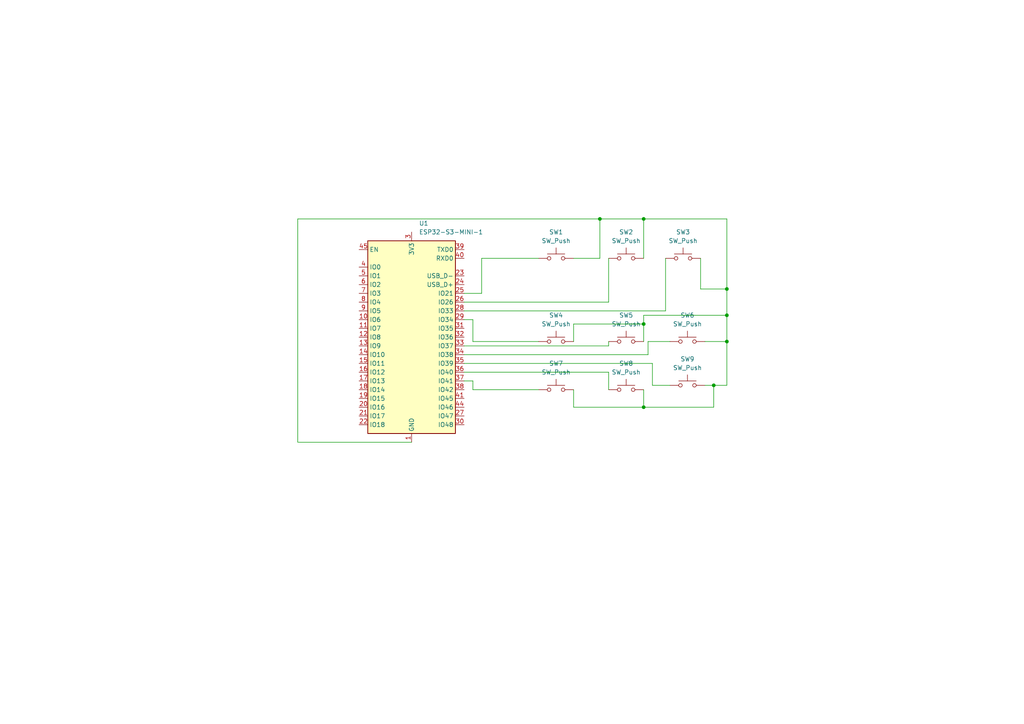
<source format=kicad_sch>
(kicad_sch
	(version 20250114)
	(generator "eeschema")
	(generator_version "9.0")
	(uuid "bd12b8e1-c391-4c31-a1c5-1497b9c8a0a6")
	(paper "A4")
	(lib_symbols
		(symbol "RF_Module:ESP32-S3-MINI-1"
			(exclude_from_sim no)
			(in_bom yes)
			(on_board yes)
			(property "Reference" "U"
				(at -11.43 29.21 0)
				(effects
					(font
						(size 1.27 1.27)
					)
				)
			)
			(property "Value" "ESP32-S3-MINI-1"
				(at 12.7 29.21 0)
				(effects
					(font
						(size 1.27 1.27)
					)
				)
			)
			(property "Footprint" "RF_Module:ESP32-S2-MINI-1"
				(at 15.24 -29.21 0)
				(effects
					(font
						(size 1.27 1.27)
					)
					(hide yes)
				)
			)
			(property "Datasheet" "https://www.espressif.com/sites/default/files/documentation/esp32-s3-mini-1_mini-1u_datasheet_en.pdf"
				(at 0 40.64 0)
				(effects
					(font
						(size 1.27 1.27)
					)
					(hide yes)
				)
			)
			(property "Description" "RF Module, ESP32-S3 SoC, Wi-Fi 802.11b/g/n, Bluetooth, BLE, 32-bit, 3.3V, SMD, onboard antenna"
				(at 0 43.18 0)
				(effects
					(font
						(size 1.27 1.27)
					)
					(hide yes)
				)
			)
			(property "ki_keywords" "RF Radio BT ESP ESP32-S3 Espressif"
				(at 0 0 0)
				(effects
					(font
						(size 1.27 1.27)
					)
					(hide yes)
				)
			)
			(property "ki_fp_filters" "ESP32?S*MINI?1"
				(at 0 0 0)
				(effects
					(font
						(size 1.27 1.27)
					)
					(hide yes)
				)
			)
			(symbol "ESP32-S3-MINI-1_0_1"
				(rectangle
					(start -12.7 27.94)
					(end 12.7 -27.94)
					(stroke
						(width 0.254)
						(type default)
					)
					(fill
						(type background)
					)
				)
			)
			(symbol "ESP32-S3-MINI-1_1_1"
				(pin input line
					(at -15.24 25.4 0)
					(length 2.54)
					(name "EN"
						(effects
							(font
								(size 1.27 1.27)
							)
						)
					)
					(number "45"
						(effects
							(font
								(size 1.27 1.27)
							)
						)
					)
				)
				(pin bidirectional line
					(at -15.24 20.32 0)
					(length 2.54)
					(name "IO0"
						(effects
							(font
								(size 1.27 1.27)
							)
						)
					)
					(number "4"
						(effects
							(font
								(size 1.27 1.27)
							)
						)
					)
				)
				(pin bidirectional line
					(at -15.24 17.78 0)
					(length 2.54)
					(name "IO1"
						(effects
							(font
								(size 1.27 1.27)
							)
						)
					)
					(number "5"
						(effects
							(font
								(size 1.27 1.27)
							)
						)
					)
				)
				(pin bidirectional line
					(at -15.24 15.24 0)
					(length 2.54)
					(name "IO2"
						(effects
							(font
								(size 1.27 1.27)
							)
						)
					)
					(number "6"
						(effects
							(font
								(size 1.27 1.27)
							)
						)
					)
				)
				(pin bidirectional line
					(at -15.24 12.7 0)
					(length 2.54)
					(name "IO3"
						(effects
							(font
								(size 1.27 1.27)
							)
						)
					)
					(number "7"
						(effects
							(font
								(size 1.27 1.27)
							)
						)
					)
				)
				(pin bidirectional line
					(at -15.24 10.16 0)
					(length 2.54)
					(name "IO4"
						(effects
							(font
								(size 1.27 1.27)
							)
						)
					)
					(number "8"
						(effects
							(font
								(size 1.27 1.27)
							)
						)
					)
				)
				(pin bidirectional line
					(at -15.24 7.62 0)
					(length 2.54)
					(name "IO5"
						(effects
							(font
								(size 1.27 1.27)
							)
						)
					)
					(number "9"
						(effects
							(font
								(size 1.27 1.27)
							)
						)
					)
				)
				(pin bidirectional line
					(at -15.24 5.08 0)
					(length 2.54)
					(name "IO6"
						(effects
							(font
								(size 1.27 1.27)
							)
						)
					)
					(number "10"
						(effects
							(font
								(size 1.27 1.27)
							)
						)
					)
				)
				(pin bidirectional line
					(at -15.24 2.54 0)
					(length 2.54)
					(name "IO7"
						(effects
							(font
								(size 1.27 1.27)
							)
						)
					)
					(number "11"
						(effects
							(font
								(size 1.27 1.27)
							)
						)
					)
				)
				(pin bidirectional line
					(at -15.24 0 0)
					(length 2.54)
					(name "IO8"
						(effects
							(font
								(size 1.27 1.27)
							)
						)
					)
					(number "12"
						(effects
							(font
								(size 1.27 1.27)
							)
						)
					)
				)
				(pin bidirectional line
					(at -15.24 -2.54 0)
					(length 2.54)
					(name "IO9"
						(effects
							(font
								(size 1.27 1.27)
							)
						)
					)
					(number "13"
						(effects
							(font
								(size 1.27 1.27)
							)
						)
					)
				)
				(pin bidirectional line
					(at -15.24 -5.08 0)
					(length 2.54)
					(name "IO10"
						(effects
							(font
								(size 1.27 1.27)
							)
						)
					)
					(number "14"
						(effects
							(font
								(size 1.27 1.27)
							)
						)
					)
				)
				(pin bidirectional line
					(at -15.24 -7.62 0)
					(length 2.54)
					(name "IO11"
						(effects
							(font
								(size 1.27 1.27)
							)
						)
					)
					(number "15"
						(effects
							(font
								(size 1.27 1.27)
							)
						)
					)
				)
				(pin bidirectional line
					(at -15.24 -10.16 0)
					(length 2.54)
					(name "IO12"
						(effects
							(font
								(size 1.27 1.27)
							)
						)
					)
					(number "16"
						(effects
							(font
								(size 1.27 1.27)
							)
						)
					)
				)
				(pin bidirectional line
					(at -15.24 -12.7 0)
					(length 2.54)
					(name "IO13"
						(effects
							(font
								(size 1.27 1.27)
							)
						)
					)
					(number "17"
						(effects
							(font
								(size 1.27 1.27)
							)
						)
					)
				)
				(pin bidirectional line
					(at -15.24 -15.24 0)
					(length 2.54)
					(name "IO14"
						(effects
							(font
								(size 1.27 1.27)
							)
						)
					)
					(number "18"
						(effects
							(font
								(size 1.27 1.27)
							)
						)
					)
				)
				(pin bidirectional line
					(at -15.24 -17.78 0)
					(length 2.54)
					(name "IO15"
						(effects
							(font
								(size 1.27 1.27)
							)
						)
					)
					(number "19"
						(effects
							(font
								(size 1.27 1.27)
							)
						)
					)
				)
				(pin bidirectional line
					(at -15.24 -20.32 0)
					(length 2.54)
					(name "IO16"
						(effects
							(font
								(size 1.27 1.27)
							)
						)
					)
					(number "20"
						(effects
							(font
								(size 1.27 1.27)
							)
						)
					)
				)
				(pin bidirectional line
					(at -15.24 -22.86 0)
					(length 2.54)
					(name "IO17"
						(effects
							(font
								(size 1.27 1.27)
							)
						)
					)
					(number "21"
						(effects
							(font
								(size 1.27 1.27)
							)
						)
					)
				)
				(pin bidirectional line
					(at -15.24 -25.4 0)
					(length 2.54)
					(name "IO18"
						(effects
							(font
								(size 1.27 1.27)
							)
						)
					)
					(number "22"
						(effects
							(font
								(size 1.27 1.27)
							)
						)
					)
				)
				(pin power_in line
					(at 0 30.48 270)
					(length 2.54)
					(name "3V3"
						(effects
							(font
								(size 1.27 1.27)
							)
						)
					)
					(number "3"
						(effects
							(font
								(size 1.27 1.27)
							)
						)
					)
				)
				(pin power_in line
					(at 0 -30.48 90)
					(length 2.54)
					(name "GND"
						(effects
							(font
								(size 1.27 1.27)
							)
						)
					)
					(number "1"
						(effects
							(font
								(size 1.27 1.27)
							)
						)
					)
				)
				(pin passive line
					(at 0 -30.48 90)
					(length 2.54)
					(hide yes)
					(name "GND"
						(effects
							(font
								(size 1.27 1.27)
							)
						)
					)
					(number "2"
						(effects
							(font
								(size 1.27 1.27)
							)
						)
					)
				)
				(pin passive line
					(at 0 -30.48 90)
					(length 2.54)
					(hide yes)
					(name "GND"
						(effects
							(font
								(size 1.27 1.27)
							)
						)
					)
					(number "42"
						(effects
							(font
								(size 1.27 1.27)
							)
						)
					)
				)
				(pin passive line
					(at 0 -30.48 90)
					(length 2.54)
					(hide yes)
					(name "GND"
						(effects
							(font
								(size 1.27 1.27)
							)
						)
					)
					(number "43"
						(effects
							(font
								(size 1.27 1.27)
							)
						)
					)
				)
				(pin passive line
					(at 0 -30.48 90)
					(length 2.54)
					(hide yes)
					(name "GND"
						(effects
							(font
								(size 1.27 1.27)
							)
						)
					)
					(number "46"
						(effects
							(font
								(size 1.27 1.27)
							)
						)
					)
				)
				(pin passive line
					(at 0 -30.48 90)
					(length 2.54)
					(hide yes)
					(name "GND"
						(effects
							(font
								(size 1.27 1.27)
							)
						)
					)
					(number "47"
						(effects
							(font
								(size 1.27 1.27)
							)
						)
					)
				)
				(pin passive line
					(at 0 -30.48 90)
					(length 2.54)
					(hide yes)
					(name "GND"
						(effects
							(font
								(size 1.27 1.27)
							)
						)
					)
					(number "48"
						(effects
							(font
								(size 1.27 1.27)
							)
						)
					)
				)
				(pin passive line
					(at 0 -30.48 90)
					(length 2.54)
					(hide yes)
					(name "GND"
						(effects
							(font
								(size 1.27 1.27)
							)
						)
					)
					(number "49"
						(effects
							(font
								(size 1.27 1.27)
							)
						)
					)
				)
				(pin passive line
					(at 0 -30.48 90)
					(length 2.54)
					(hide yes)
					(name "GND"
						(effects
							(font
								(size 1.27 1.27)
							)
						)
					)
					(number "50"
						(effects
							(font
								(size 1.27 1.27)
							)
						)
					)
				)
				(pin passive line
					(at 0 -30.48 90)
					(length 2.54)
					(hide yes)
					(name "GND"
						(effects
							(font
								(size 1.27 1.27)
							)
						)
					)
					(number "51"
						(effects
							(font
								(size 1.27 1.27)
							)
						)
					)
				)
				(pin passive line
					(at 0 -30.48 90)
					(length 2.54)
					(hide yes)
					(name "GND"
						(effects
							(font
								(size 1.27 1.27)
							)
						)
					)
					(number "52"
						(effects
							(font
								(size 1.27 1.27)
							)
						)
					)
				)
				(pin passive line
					(at 0 -30.48 90)
					(length 2.54)
					(hide yes)
					(name "GND"
						(effects
							(font
								(size 1.27 1.27)
							)
						)
					)
					(number "53"
						(effects
							(font
								(size 1.27 1.27)
							)
						)
					)
				)
				(pin passive line
					(at 0 -30.48 90)
					(length 2.54)
					(hide yes)
					(name "GND"
						(effects
							(font
								(size 1.27 1.27)
							)
						)
					)
					(number "54"
						(effects
							(font
								(size 1.27 1.27)
							)
						)
					)
				)
				(pin passive line
					(at 0 -30.48 90)
					(length 2.54)
					(hide yes)
					(name "GND"
						(effects
							(font
								(size 1.27 1.27)
							)
						)
					)
					(number "55"
						(effects
							(font
								(size 1.27 1.27)
							)
						)
					)
				)
				(pin passive line
					(at 0 -30.48 90)
					(length 2.54)
					(hide yes)
					(name "GND"
						(effects
							(font
								(size 1.27 1.27)
							)
						)
					)
					(number "56"
						(effects
							(font
								(size 1.27 1.27)
							)
						)
					)
				)
				(pin passive line
					(at 0 -30.48 90)
					(length 2.54)
					(hide yes)
					(name "GND"
						(effects
							(font
								(size 1.27 1.27)
							)
						)
					)
					(number "57"
						(effects
							(font
								(size 1.27 1.27)
							)
						)
					)
				)
				(pin passive line
					(at 0 -30.48 90)
					(length 2.54)
					(hide yes)
					(name "GND"
						(effects
							(font
								(size 1.27 1.27)
							)
						)
					)
					(number "58"
						(effects
							(font
								(size 1.27 1.27)
							)
						)
					)
				)
				(pin passive line
					(at 0 -30.48 90)
					(length 2.54)
					(hide yes)
					(name "GND"
						(effects
							(font
								(size 1.27 1.27)
							)
						)
					)
					(number "59"
						(effects
							(font
								(size 1.27 1.27)
							)
						)
					)
				)
				(pin passive line
					(at 0 -30.48 90)
					(length 2.54)
					(hide yes)
					(name "GND"
						(effects
							(font
								(size 1.27 1.27)
							)
						)
					)
					(number "60"
						(effects
							(font
								(size 1.27 1.27)
							)
						)
					)
				)
				(pin passive line
					(at 0 -30.48 90)
					(length 2.54)
					(hide yes)
					(name "GND"
						(effects
							(font
								(size 1.27 1.27)
							)
						)
					)
					(number "61"
						(effects
							(font
								(size 1.27 1.27)
							)
						)
					)
				)
				(pin passive line
					(at 0 -30.48 90)
					(length 2.54)
					(hide yes)
					(name "GND"
						(effects
							(font
								(size 1.27 1.27)
							)
						)
					)
					(number "62"
						(effects
							(font
								(size 1.27 1.27)
							)
						)
					)
				)
				(pin passive line
					(at 0 -30.48 90)
					(length 2.54)
					(hide yes)
					(name "GND"
						(effects
							(font
								(size 1.27 1.27)
							)
						)
					)
					(number "63"
						(effects
							(font
								(size 1.27 1.27)
							)
						)
					)
				)
				(pin passive line
					(at 0 -30.48 90)
					(length 2.54)
					(hide yes)
					(name "GND"
						(effects
							(font
								(size 1.27 1.27)
							)
						)
					)
					(number "64"
						(effects
							(font
								(size 1.27 1.27)
							)
						)
					)
				)
				(pin passive line
					(at 0 -30.48 90)
					(length 2.54)
					(hide yes)
					(name "GND"
						(effects
							(font
								(size 1.27 1.27)
							)
						)
					)
					(number "65"
						(effects
							(font
								(size 1.27 1.27)
							)
						)
					)
				)
				(pin bidirectional line
					(at 15.24 25.4 180)
					(length 2.54)
					(name "TXD0"
						(effects
							(font
								(size 1.27 1.27)
							)
						)
					)
					(number "39"
						(effects
							(font
								(size 1.27 1.27)
							)
						)
					)
				)
				(pin bidirectional line
					(at 15.24 22.86 180)
					(length 2.54)
					(name "RXD0"
						(effects
							(font
								(size 1.27 1.27)
							)
						)
					)
					(number "40"
						(effects
							(font
								(size 1.27 1.27)
							)
						)
					)
				)
				(pin bidirectional line
					(at 15.24 17.78 180)
					(length 2.54)
					(name "USB_D-"
						(effects
							(font
								(size 1.27 1.27)
							)
						)
					)
					(number "23"
						(effects
							(font
								(size 1.27 1.27)
							)
						)
					)
					(alternate "IO19" bidirectional line)
				)
				(pin bidirectional line
					(at 15.24 15.24 180)
					(length 2.54)
					(name "USB_D+"
						(effects
							(font
								(size 1.27 1.27)
							)
						)
					)
					(number "24"
						(effects
							(font
								(size 1.27 1.27)
							)
						)
					)
					(alternate "IO20" bidirectional line)
				)
				(pin bidirectional line
					(at 15.24 12.7 180)
					(length 2.54)
					(name "IO21"
						(effects
							(font
								(size 1.27 1.27)
							)
						)
					)
					(number "25"
						(effects
							(font
								(size 1.27 1.27)
							)
						)
					)
				)
				(pin bidirectional line
					(at 15.24 10.16 180)
					(length 2.54)
					(name "IO26"
						(effects
							(font
								(size 1.27 1.27)
							)
						)
					)
					(number "26"
						(effects
							(font
								(size 1.27 1.27)
							)
						)
					)
				)
				(pin bidirectional line
					(at 15.24 7.62 180)
					(length 2.54)
					(name "IO33"
						(effects
							(font
								(size 1.27 1.27)
							)
						)
					)
					(number "28"
						(effects
							(font
								(size 1.27 1.27)
							)
						)
					)
				)
				(pin bidirectional line
					(at 15.24 5.08 180)
					(length 2.54)
					(name "IO34"
						(effects
							(font
								(size 1.27 1.27)
							)
						)
					)
					(number "29"
						(effects
							(font
								(size 1.27 1.27)
							)
						)
					)
				)
				(pin bidirectional line
					(at 15.24 2.54 180)
					(length 2.54)
					(name "IO35"
						(effects
							(font
								(size 1.27 1.27)
							)
						)
					)
					(number "31"
						(effects
							(font
								(size 1.27 1.27)
							)
						)
					)
				)
				(pin bidirectional line
					(at 15.24 0 180)
					(length 2.54)
					(name "IO36"
						(effects
							(font
								(size 1.27 1.27)
							)
						)
					)
					(number "32"
						(effects
							(font
								(size 1.27 1.27)
							)
						)
					)
				)
				(pin bidirectional line
					(at 15.24 -2.54 180)
					(length 2.54)
					(name "IO37"
						(effects
							(font
								(size 1.27 1.27)
							)
						)
					)
					(number "33"
						(effects
							(font
								(size 1.27 1.27)
							)
						)
					)
				)
				(pin bidirectional line
					(at 15.24 -5.08 180)
					(length 2.54)
					(name "IO38"
						(effects
							(font
								(size 1.27 1.27)
							)
						)
					)
					(number "34"
						(effects
							(font
								(size 1.27 1.27)
							)
						)
					)
				)
				(pin bidirectional line
					(at 15.24 -7.62 180)
					(length 2.54)
					(name "IO39"
						(effects
							(font
								(size 1.27 1.27)
							)
						)
					)
					(number "35"
						(effects
							(font
								(size 1.27 1.27)
							)
						)
					)
				)
				(pin bidirectional line
					(at 15.24 -10.16 180)
					(length 2.54)
					(name "IO40"
						(effects
							(font
								(size 1.27 1.27)
							)
						)
					)
					(number "36"
						(effects
							(font
								(size 1.27 1.27)
							)
						)
					)
				)
				(pin bidirectional line
					(at 15.24 -12.7 180)
					(length 2.54)
					(name "IO41"
						(effects
							(font
								(size 1.27 1.27)
							)
						)
					)
					(number "37"
						(effects
							(font
								(size 1.27 1.27)
							)
						)
					)
				)
				(pin bidirectional line
					(at 15.24 -15.24 180)
					(length 2.54)
					(name "IO42"
						(effects
							(font
								(size 1.27 1.27)
							)
						)
					)
					(number "38"
						(effects
							(font
								(size 1.27 1.27)
							)
						)
					)
				)
				(pin bidirectional line
					(at 15.24 -17.78 180)
					(length 2.54)
					(name "IO45"
						(effects
							(font
								(size 1.27 1.27)
							)
						)
					)
					(number "41"
						(effects
							(font
								(size 1.27 1.27)
							)
						)
					)
				)
				(pin bidirectional line
					(at 15.24 -20.32 180)
					(length 2.54)
					(name "IO46"
						(effects
							(font
								(size 1.27 1.27)
							)
						)
					)
					(number "44"
						(effects
							(font
								(size 1.27 1.27)
							)
						)
					)
				)
				(pin bidirectional line
					(at 15.24 -22.86 180)
					(length 2.54)
					(name "IO47"
						(effects
							(font
								(size 1.27 1.27)
							)
						)
					)
					(number "27"
						(effects
							(font
								(size 1.27 1.27)
							)
						)
					)
				)
				(pin bidirectional line
					(at 15.24 -25.4 180)
					(length 2.54)
					(name "IO48"
						(effects
							(font
								(size 1.27 1.27)
							)
						)
					)
					(number "30"
						(effects
							(font
								(size 1.27 1.27)
							)
						)
					)
				)
			)
			(embedded_fonts no)
		)
		(symbol "Switch:SW_Push"
			(pin_numbers
				(hide yes)
			)
			(pin_names
				(offset 1.016)
				(hide yes)
			)
			(exclude_from_sim no)
			(in_bom yes)
			(on_board yes)
			(property "Reference" "SW"
				(at 1.27 2.54 0)
				(effects
					(font
						(size 1.27 1.27)
					)
					(justify left)
				)
			)
			(property "Value" "SW_Push"
				(at 0 -1.524 0)
				(effects
					(font
						(size 1.27 1.27)
					)
				)
			)
			(property "Footprint" ""
				(at 0 5.08 0)
				(effects
					(font
						(size 1.27 1.27)
					)
					(hide yes)
				)
			)
			(property "Datasheet" "~"
				(at 0 5.08 0)
				(effects
					(font
						(size 1.27 1.27)
					)
					(hide yes)
				)
			)
			(property "Description" "Push button switch, generic, two pins"
				(at 0 0 0)
				(effects
					(font
						(size 1.27 1.27)
					)
					(hide yes)
				)
			)
			(property "ki_keywords" "switch normally-open pushbutton push-button"
				(at 0 0 0)
				(effects
					(font
						(size 1.27 1.27)
					)
					(hide yes)
				)
			)
			(symbol "SW_Push_0_1"
				(circle
					(center -2.032 0)
					(radius 0.508)
					(stroke
						(width 0)
						(type default)
					)
					(fill
						(type none)
					)
				)
				(polyline
					(pts
						(xy 0 1.27) (xy 0 3.048)
					)
					(stroke
						(width 0)
						(type default)
					)
					(fill
						(type none)
					)
				)
				(circle
					(center 2.032 0)
					(radius 0.508)
					(stroke
						(width 0)
						(type default)
					)
					(fill
						(type none)
					)
				)
				(polyline
					(pts
						(xy 2.54 1.27) (xy -2.54 1.27)
					)
					(stroke
						(width 0)
						(type default)
					)
					(fill
						(type none)
					)
				)
				(pin passive line
					(at -5.08 0 0)
					(length 2.54)
					(name "1"
						(effects
							(font
								(size 1.27 1.27)
							)
						)
					)
					(number "1"
						(effects
							(font
								(size 1.27 1.27)
							)
						)
					)
				)
				(pin passive line
					(at 5.08 0 180)
					(length 2.54)
					(name "2"
						(effects
							(font
								(size 1.27 1.27)
							)
						)
					)
					(number "2"
						(effects
							(font
								(size 1.27 1.27)
							)
						)
					)
				)
			)
			(embedded_fonts no)
		)
	)
	(junction
		(at 210.82 83.82)
		(diameter 0)
		(color 0 0 0 0)
		(uuid "06b58be3-0b42-4dd0-b9c9-f80c660cc670")
	)
	(junction
		(at 210.82 99.06)
		(diameter 0)
		(color 0 0 0 0)
		(uuid "6cf0150c-0279-453e-90cd-9b3b6f810e76")
	)
	(junction
		(at 186.69 93.98)
		(diameter 0)
		(color 0 0 0 0)
		(uuid "7b1eba21-6067-4e9a-b796-b72de6248a13")
	)
	(junction
		(at 186.69 118.11)
		(diameter 0)
		(color 0 0 0 0)
		(uuid "80fc003b-4e68-4941-8779-ebc3a65241a3")
	)
	(junction
		(at 207.01 111.76)
		(diameter 0)
		(color 0 0 0 0)
		(uuid "94588549-4df2-493d-b518-e1d460809038")
	)
	(junction
		(at 210.82 91.44)
		(diameter 0)
		(color 0 0 0 0)
		(uuid "b3d8bfa6-8928-4447-ad62-0b8ff7c72041")
	)
	(junction
		(at 186.69 63.5)
		(diameter 0)
		(color 0 0 0 0)
		(uuid "d5b653cc-4b5f-47ca-9199-b0c47fc2d070")
	)
	(junction
		(at 173.99 63.5)
		(diameter 0)
		(color 0 0 0 0)
		(uuid "f9f986eb-ecb1-40d6-9a46-6c4f1a0f9460")
	)
	(wire
		(pts
			(xy 137.16 92.71) (xy 134.62 92.71)
		)
		(stroke
			(width 0)
			(type default)
		)
		(uuid "0345426c-e9b9-4970-8088-565aa8eaa342")
	)
	(wire
		(pts
			(xy 210.82 99.06) (xy 210.82 111.76)
		)
		(stroke
			(width 0)
			(type default)
		)
		(uuid "05e7d16b-6808-4bf2-8561-bffeb4b61c72")
	)
	(wire
		(pts
			(xy 193.04 90.17) (xy 134.62 90.17)
		)
		(stroke
			(width 0)
			(type default)
		)
		(uuid "07fc6638-8585-47e1-9b66-3b65986b63b9")
	)
	(wire
		(pts
			(xy 207.01 118.11) (xy 207.01 111.76)
		)
		(stroke
			(width 0)
			(type default)
		)
		(uuid "088599dd-6e22-4add-aaf7-fdd18b76e02f")
	)
	(wire
		(pts
			(xy 166.37 99.06) (xy 166.37 93.98)
		)
		(stroke
			(width 0)
			(type default)
		)
		(uuid "1170d2f6-fb8a-45f8-8e11-ccebe6fd25e6")
	)
	(wire
		(pts
			(xy 156.21 99.06) (xy 137.16 99.06)
		)
		(stroke
			(width 0)
			(type default)
		)
		(uuid "15db2479-a26e-487b-9e2b-f2dbba085212")
	)
	(wire
		(pts
			(xy 173.99 63.5) (xy 186.69 63.5)
		)
		(stroke
			(width 0)
			(type default)
		)
		(uuid "1fe01d24-11b2-40d6-9e47-c7548ab9ad67")
	)
	(wire
		(pts
			(xy 166.37 74.93) (xy 173.99 74.93)
		)
		(stroke
			(width 0)
			(type default)
		)
		(uuid "25b12c18-282d-4bf0-95d3-de204552e569")
	)
	(wire
		(pts
			(xy 156.21 113.03) (xy 137.16 113.03)
		)
		(stroke
			(width 0)
			(type default)
		)
		(uuid "28c71ded-a3c9-4e10-95da-57d6c0bea6c0")
	)
	(wire
		(pts
			(xy 166.37 118.11) (xy 186.69 118.11)
		)
		(stroke
			(width 0)
			(type default)
		)
		(uuid "2d2f6c5e-d33e-404c-8441-9666af6b5263")
	)
	(wire
		(pts
			(xy 186.69 93.98) (xy 186.69 91.44)
		)
		(stroke
			(width 0)
			(type default)
		)
		(uuid "362130cb-0eaf-44f9-8072-2a52e1397738")
	)
	(wire
		(pts
			(xy 210.82 63.5) (xy 210.82 83.82)
		)
		(stroke
			(width 0)
			(type default)
		)
		(uuid "3a04f77e-c058-452b-b469-a6c7fc8561a4")
	)
	(wire
		(pts
			(xy 210.82 83.82) (xy 210.82 91.44)
		)
		(stroke
			(width 0)
			(type default)
		)
		(uuid "428f127b-e8f2-49ea-a0bf-0c00c836a4b0")
	)
	(wire
		(pts
			(xy 173.99 74.93) (xy 173.99 63.5)
		)
		(stroke
			(width 0)
			(type default)
		)
		(uuid "4d8f72df-95e3-4c9d-a970-09aeefd91fcb")
	)
	(wire
		(pts
			(xy 189.23 111.76) (xy 189.23 105.41)
		)
		(stroke
			(width 0)
			(type default)
		)
		(uuid "504773a1-8eb3-4ac4-973f-d8ea2f671d89")
	)
	(wire
		(pts
			(xy 139.7 85.09) (xy 134.62 85.09)
		)
		(stroke
			(width 0)
			(type default)
		)
		(uuid "5406d11f-2e5c-40c3-87fe-19006a2fbd29")
	)
	(wire
		(pts
			(xy 186.69 91.44) (xy 210.82 91.44)
		)
		(stroke
			(width 0)
			(type default)
		)
		(uuid "58f31f8a-8343-444a-adff-1ec48250313d")
	)
	(wire
		(pts
			(xy 187.96 99.06) (xy 187.96 102.87)
		)
		(stroke
			(width 0)
			(type default)
		)
		(uuid "5ca33a6e-f316-4e80-b6e4-3ca0734f92c6")
	)
	(wire
		(pts
			(xy 204.47 99.06) (xy 210.82 99.06)
		)
		(stroke
			(width 0)
			(type default)
		)
		(uuid "5cdbde8f-eadc-487c-9552-f9731029f9d5")
	)
	(wire
		(pts
			(xy 186.69 118.11) (xy 207.01 118.11)
		)
		(stroke
			(width 0)
			(type default)
		)
		(uuid "5fa429db-7645-4b33-9c36-280adea96100")
	)
	(wire
		(pts
			(xy 186.69 99.06) (xy 186.69 93.98)
		)
		(stroke
			(width 0)
			(type default)
		)
		(uuid "6f7f8ce0-b3d9-44d4-989f-8c5af4c2fcb3")
	)
	(wire
		(pts
			(xy 189.23 105.41) (xy 134.62 105.41)
		)
		(stroke
			(width 0)
			(type default)
		)
		(uuid "70eaa833-efae-43f7-a95f-7e163106eb22")
	)
	(wire
		(pts
			(xy 186.69 113.03) (xy 186.69 118.11)
		)
		(stroke
			(width 0)
			(type default)
		)
		(uuid "7267b0f7-b305-4a72-b7c9-023b7c3ebed4")
	)
	(wire
		(pts
			(xy 186.69 74.93) (xy 186.69 63.5)
		)
		(stroke
			(width 0)
			(type default)
		)
		(uuid "7818968c-c053-41d9-a43e-6285e039d160")
	)
	(wire
		(pts
			(xy 139.7 74.93) (xy 139.7 85.09)
		)
		(stroke
			(width 0)
			(type default)
		)
		(uuid "80bc57d6-ef42-41d0-958f-20a976f3b8f2")
	)
	(wire
		(pts
			(xy 193.04 74.93) (xy 193.04 90.17)
		)
		(stroke
			(width 0)
			(type default)
		)
		(uuid "821cef30-ef29-4639-b53d-c49183de0948")
	)
	(wire
		(pts
			(xy 210.82 83.82) (xy 203.2 83.82)
		)
		(stroke
			(width 0)
			(type default)
		)
		(uuid "84aa0d7c-b840-40be-a5d6-604812b7b324")
	)
	(wire
		(pts
			(xy 176.53 107.95) (xy 176.53 113.03)
		)
		(stroke
			(width 0)
			(type default)
		)
		(uuid "86be5fdf-7d15-48a7-8bf2-01730f416834")
	)
	(wire
		(pts
			(xy 187.96 102.87) (xy 134.62 102.87)
		)
		(stroke
			(width 0)
			(type default)
		)
		(uuid "87f64af8-940f-4e7a-b715-b982e2b3c7fe")
	)
	(wire
		(pts
			(xy 139.7 74.93) (xy 156.21 74.93)
		)
		(stroke
			(width 0)
			(type default)
		)
		(uuid "8e151fa4-23e7-488a-ac87-53bd76ba5c7a")
	)
	(wire
		(pts
			(xy 119.38 128.27) (xy 86.36 128.27)
		)
		(stroke
			(width 0)
			(type default)
		)
		(uuid "94e94500-e7d1-493b-93ea-62201ecadf01")
	)
	(wire
		(pts
			(xy 207.01 111.76) (xy 210.82 111.76)
		)
		(stroke
			(width 0)
			(type default)
		)
		(uuid "95549b2f-edbb-4056-95c5-9144a2322e95")
	)
	(wire
		(pts
			(xy 204.47 111.76) (xy 207.01 111.76)
		)
		(stroke
			(width 0)
			(type default)
		)
		(uuid "95e6ec74-126c-435b-b2d0-9c43deb4bf45")
	)
	(wire
		(pts
			(xy 210.82 91.44) (xy 210.82 99.06)
		)
		(stroke
			(width 0)
			(type default)
		)
		(uuid "9a65fec1-d3d1-427a-9be9-c0d16ff17963")
	)
	(wire
		(pts
			(xy 176.53 87.63) (xy 134.62 87.63)
		)
		(stroke
			(width 0)
			(type default)
		)
		(uuid "9cdca38a-6a80-4b0e-b963-ded1539d97fc")
	)
	(wire
		(pts
			(xy 194.31 111.76) (xy 189.23 111.76)
		)
		(stroke
			(width 0)
			(type default)
		)
		(uuid "a532aa46-5221-4d0e-b3e6-973fa1e42401")
	)
	(wire
		(pts
			(xy 166.37 93.98) (xy 186.69 93.98)
		)
		(stroke
			(width 0)
			(type default)
		)
		(uuid "a9e787b7-bc5a-4289-8fe6-bcf394d3dd3c")
	)
	(wire
		(pts
			(xy 137.16 113.03) (xy 137.16 110.49)
		)
		(stroke
			(width 0)
			(type default)
		)
		(uuid "af49e217-feb6-4d48-ac28-f9521c506a9c")
	)
	(wire
		(pts
			(xy 203.2 83.82) (xy 203.2 74.93)
		)
		(stroke
			(width 0)
			(type default)
		)
		(uuid "b000bfdc-6fac-4608-b7dd-15a1dc39ed7d")
	)
	(wire
		(pts
			(xy 194.31 99.06) (xy 187.96 99.06)
		)
		(stroke
			(width 0)
			(type default)
		)
		(uuid "b2e789a8-61d7-4c91-b8be-6238e67a0fd7")
	)
	(wire
		(pts
			(xy 186.69 63.5) (xy 210.82 63.5)
		)
		(stroke
			(width 0)
			(type default)
		)
		(uuid "b2eb8684-b972-45e4-90e4-8df586ec39a6")
	)
	(wire
		(pts
			(xy 176.53 99.06) (xy 176.53 100.33)
		)
		(stroke
			(width 0)
			(type default)
		)
		(uuid "cbe86ace-b1de-4295-b74a-2ff84c2f0a17")
	)
	(wire
		(pts
			(xy 166.37 113.03) (xy 166.37 118.11)
		)
		(stroke
			(width 0)
			(type default)
		)
		(uuid "cbf4057f-e69a-4846-8956-fa93ddf22d84")
	)
	(wire
		(pts
			(xy 137.16 110.49) (xy 134.62 110.49)
		)
		(stroke
			(width 0)
			(type default)
		)
		(uuid "e69794f9-02d0-4e17-b7c2-5eac4dc0ff07")
	)
	(wire
		(pts
			(xy 176.53 74.93) (xy 176.53 87.63)
		)
		(stroke
			(width 0)
			(type default)
		)
		(uuid "eb006f3d-f147-4417-8423-17e4b08b2529")
	)
	(wire
		(pts
			(xy 134.62 107.95) (xy 176.53 107.95)
		)
		(stroke
			(width 0)
			(type default)
		)
		(uuid "edf4da57-37e8-4e19-88d6-66bb61bbe8b7")
	)
	(wire
		(pts
			(xy 137.16 99.06) (xy 137.16 92.71)
		)
		(stroke
			(width 0)
			(type default)
		)
		(uuid "ef59203e-44fd-49ad-80ae-c935cf29c85d")
	)
	(wire
		(pts
			(xy 176.53 100.33) (xy 134.62 100.33)
		)
		(stroke
			(width 0)
			(type default)
		)
		(uuid "effa1467-cecb-4370-8663-b47cca06d8cf")
	)
	(wire
		(pts
			(xy 86.36 63.5) (xy 173.99 63.5)
		)
		(stroke
			(width 0)
			(type default)
		)
		(uuid "f384eb2e-016e-4139-abf1-b8428fe0c02e")
	)
	(wire
		(pts
			(xy 86.36 128.27) (xy 86.36 63.5)
		)
		(stroke
			(width 0)
			(type default)
		)
		(uuid "f8b4cc2f-290d-45d6-9a1a-1b9b837900c6")
	)
	(symbol
		(lib_id "RF_Module:ESP32-S3-MINI-1")
		(at 119.38 97.79 0)
		(unit 1)
		(exclude_from_sim no)
		(in_bom yes)
		(on_board yes)
		(dnp no)
		(fields_autoplaced yes)
		(uuid "26a552ac-382f-49ad-ae7d-038d5c39dbae")
		(property "Reference" "U1"
			(at 121.5233 64.77 0)
			(effects
				(font
					(size 1.27 1.27)
				)
				(justify left)
			)
		)
		(property "Value" "ESP32-S3-MINI-1"
			(at 121.5233 67.31 0)
			(effects
				(font
					(size 1.27 1.27)
				)
				(justify left)
			)
		)
		(property "Footprint" "RF_Module:ESP32-S2-MINI-1"
			(at 134.62 127 0)
			(effects
				(font
					(size 1.27 1.27)
				)
				(hide yes)
			)
		)
		(property "Datasheet" "https://www.espressif.com/sites/default/files/documentation/esp32-s3-mini-1_mini-1u_datasheet_en.pdf"
			(at 119.38 57.15 0)
			(effects
				(font
					(size 1.27 1.27)
				)
				(hide yes)
			)
		)
		(property "Description" "RF Module, ESP32-S3 SoC, Wi-Fi 802.11b/g/n, Bluetooth, BLE, 32-bit, 3.3V, SMD, onboard antenna"
			(at 119.38 54.61 0)
			(effects
				(font
					(size 1.27 1.27)
				)
				(hide yes)
			)
		)
		(pin "43"
			(uuid "683d3869-e9fa-4dea-92a3-85cb33d8af0e")
		)
		(pin "47"
			(uuid "d3f7396d-cdfa-4bbd-85ba-9c1ba2d45eb0")
		)
		(pin "50"
			(uuid "65e4ce24-1e4e-4a42-8942-7e5815d0f049")
		)
		(pin "52"
			(uuid "ba3f41b0-6d2e-44c3-9e37-ac264333615c")
		)
		(pin "2"
			(uuid "57f87944-b7e6-42f4-b431-3f33f464e888")
		)
		(pin "1"
			(uuid "25eee9f7-f39b-4e57-9c26-a7e0ac9adf48")
		)
		(pin "42"
			(uuid "a618a9f9-841a-4cb0-a8d8-6e641a47067d")
		)
		(pin "46"
			(uuid "199bfc92-0514-4049-8ffa-2a59c8a320e2")
		)
		(pin "48"
			(uuid "62a2121c-92b9-4089-914f-117c0b95f89a")
		)
		(pin "49"
			(uuid "1c35cda6-35ec-4721-be4d-20abe88acaf3")
		)
		(pin "51"
			(uuid "30875247-3464-4a70-90cc-e1b2d4861449")
		)
		(pin "54"
			(uuid "13f14a70-cbc9-4dbf-9518-d189a8d34543")
		)
		(pin "53"
			(uuid "f18d51f9-8947-4fa8-b232-09bec0ad252f")
		)
		(pin "55"
			(uuid "9acfccd5-63ee-4fcf-ac48-e75f057407de")
		)
		(pin "56"
			(uuid "05cd54ee-d68e-42bd-a8ed-c3c4714e6355")
		)
		(pin "57"
			(uuid "b4c79871-663a-4dbd-a998-42886339c868")
		)
		(pin "26"
			(uuid "d77e9e3f-ef42-4190-b3b1-efb7e329bf7a")
		)
		(pin "40"
			(uuid "fcc6e022-5f86-4bfd-a794-66c002829c95")
		)
		(pin "24"
			(uuid "9b04dda9-5ae4-4995-a2ef-a58c40773780")
		)
		(pin "37"
			(uuid "a4cfc889-ae7c-4eca-a467-f15bfdb47871")
		)
		(pin "62"
			(uuid "a4a0be3a-e0dd-4a2a-b8cb-442b6bf6ebfb")
		)
		(pin "60"
			(uuid "6fbef48f-14e2-46b7-9dd4-976b7d4a655c")
		)
		(pin "64"
			(uuid "dc3d8bea-abc0-4437-b6ef-967d16c20460")
		)
		(pin "33"
			(uuid "8b795477-5f37-4416-8eff-655ba834e146")
		)
		(pin "65"
			(uuid "78229ff0-72d7-4119-a024-5ee34e2a70bd")
		)
		(pin "31"
			(uuid "a97e39fc-6661-42f3-82d3-362a0e8c0c60")
		)
		(pin "23"
			(uuid "e2cf5326-66c1-4752-8309-c6998be6c9a3")
		)
		(pin "38"
			(uuid "cf0944d2-14ac-4ec0-b15b-2f6d562d485d")
		)
		(pin "63"
			(uuid "49e89b55-6632-481b-a62c-47dd2532c7b4")
		)
		(pin "39"
			(uuid "9eba6963-c6b8-41c7-bf19-8a582cb262c3")
		)
		(pin "44"
			(uuid "25a6547c-ecb0-43a5-bb2b-cb3bf3dc385b")
		)
		(pin "34"
			(uuid "c50c8570-3842-41f5-ba11-c06cce947b4b")
		)
		(pin "58"
			(uuid "d3c016cc-c83b-4f14-a229-84fe1658ed6d")
		)
		(pin "25"
			(uuid "5217c37c-a300-4c3b-bea8-6925239c456e")
		)
		(pin "35"
			(uuid "b6e94a8a-629c-4c69-8eea-8cb650cbb63b")
		)
		(pin "28"
			(uuid "e0dcf0e4-da64-4839-89b1-7110c74970c5")
		)
		(pin "41"
			(uuid "bd33e45c-a030-4ab8-80d6-f116a5cc652b")
		)
		(pin "27"
			(uuid "b37003ee-2b59-40c7-b0aa-b7374ef935e5")
		)
		(pin "59"
			(uuid "c758aa0d-9e96-430d-a78d-cdac5119e812")
		)
		(pin "61"
			(uuid "662b0817-8b90-4b9a-8680-94db28c283a6")
		)
		(pin "36"
			(uuid "b93179e2-790a-431c-81e7-f213ab03f211")
		)
		(pin "29"
			(uuid "614766c0-7fe1-4408-bb1e-d11185c47a70")
		)
		(pin "32"
			(uuid "f2f7255b-f67d-44e1-bf5f-ef1269d89e6d")
		)
		(pin "30"
			(uuid "db8789ef-a0e6-4ed0-b388-517a8cd6b519")
		)
		(pin "22"
			(uuid "dd2460ab-a832-4433-a8a8-42c1ee51d6f6")
		)
		(pin "3"
			(uuid "4bdb3136-f631-4fd5-974b-a2e03a3c8479")
		)
		(pin "5"
			(uuid "0d205aed-a247-409e-85c5-d35040d60f86")
		)
		(pin "21"
			(uuid "3072046f-92b7-44ed-96b2-7c821b22ae1f")
		)
		(pin "45"
			(uuid "16426586-05de-40a6-bacb-82d704b04523")
		)
		(pin "8"
			(uuid "e951be17-24fa-4b60-aabe-f6c1dbd57f7d")
		)
		(pin "12"
			(uuid "a79c1baa-c118-4d5a-99cd-8a42726f1041")
		)
		(pin "11"
			(uuid "988819e7-7245-4eda-a34e-dbe03ee80f7b")
		)
		(pin "13"
			(uuid "830d9177-df50-4c6a-b301-3a478487f58f")
		)
		(pin "16"
			(uuid "17b1e825-b9b2-4a65-b885-7980da6eb6f5")
		)
		(pin "15"
			(uuid "2aa4d2b1-ae79-45e3-a8be-8f04d25432da")
		)
		(pin "4"
			(uuid "bf811ad1-4dbb-45c3-a4e0-603620dfa058")
		)
		(pin "6"
			(uuid "d92a717f-6b6d-4e33-89b9-50d05df33abf")
		)
		(pin "10"
			(uuid "4c275e17-bb94-496d-8373-24ebdb8f1877")
		)
		(pin "9"
			(uuid "178814ef-c4c8-4268-b538-e7105974b3fe")
		)
		(pin "18"
			(uuid "b0eea76a-f5d7-4f89-83ae-eed4965becd0")
		)
		(pin "19"
			(uuid "df6b7b7b-579e-4a64-ac17-de152340ae2a")
		)
		(pin "20"
			(uuid "1bf962fd-1c06-4f54-a033-eb96cc91dd8b")
		)
		(pin "14"
			(uuid "e480a894-6a66-413a-8bab-5feda823aa03")
		)
		(pin "7"
			(uuid "fa4ff929-1e55-4ee3-8d6a-e6f11d93081a")
		)
		(pin "17"
			(uuid "f84859c0-e78c-4fe4-b71b-3169fd24a6c7")
		)
		(instances
			(project ""
				(path "/bd12b8e1-c391-4c31-a1c5-1497b9c8a0a6"
					(reference "U1")
					(unit 1)
				)
			)
		)
	)
	(symbol
		(lib_id "Switch:SW_Push")
		(at 199.39 111.76 0)
		(unit 1)
		(exclude_from_sim no)
		(in_bom yes)
		(on_board yes)
		(dnp no)
		(fields_autoplaced yes)
		(uuid "298fe711-1aa7-48de-8bd2-fd09ba29c1a8")
		(property "Reference" "SW9"
			(at 199.39 104.14 0)
			(effects
				(font
					(size 1.27 1.27)
				)
			)
		)
		(property "Value" "SW_Push"
			(at 199.39 106.68 0)
			(effects
				(font
					(size 1.27 1.27)
				)
			)
		)
		(property "Footprint" "Button_Switch_Keyboard:SW_Cherry_MX_1.00u_PCB"
			(at 199.39 106.68 0)
			(effects
				(font
					(size 1.27 1.27)
				)
				(hide yes)
			)
		)
		(property "Datasheet" "~"
			(at 199.39 106.68 0)
			(effects
				(font
					(size 1.27 1.27)
				)
				(hide yes)
			)
		)
		(property "Description" "Push button switch, generic, two pins"
			(at 199.39 111.76 0)
			(effects
				(font
					(size 1.27 1.27)
				)
				(hide yes)
			)
		)
		(pin "2"
			(uuid "d2cea59d-7a22-4177-96f4-b589eb840844")
		)
		(pin "1"
			(uuid "f12199a8-d638-455d-a4a6-b0e78f726ac4")
		)
		(instances
			(project ""
				(path "/bd12b8e1-c391-4c31-a1c5-1497b9c8a0a6"
					(reference "SW9")
					(unit 1)
				)
			)
		)
	)
	(symbol
		(lib_id "Switch:SW_Push")
		(at 181.61 113.03 0)
		(unit 1)
		(exclude_from_sim no)
		(in_bom yes)
		(on_board yes)
		(dnp no)
		(fields_autoplaced yes)
		(uuid "2d92a0a4-5343-4ba9-ae1e-a7fb1d2fc184")
		(property "Reference" "SW8"
			(at 181.61 105.41 0)
			(effects
				(font
					(size 1.27 1.27)
				)
			)
		)
		(property "Value" "SW_Push"
			(at 181.61 107.95 0)
			(effects
				(font
					(size 1.27 1.27)
				)
			)
		)
		(property "Footprint" "Button_Switch_Keyboard:SW_Cherry_MX_1.00u_PCB"
			(at 181.61 107.95 0)
			(effects
				(font
					(size 1.27 1.27)
				)
				(hide yes)
			)
		)
		(property "Datasheet" "~"
			(at 181.61 107.95 0)
			(effects
				(font
					(size 1.27 1.27)
				)
				(hide yes)
			)
		)
		(property "Description" "Push button switch, generic, two pins"
			(at 181.61 113.03 0)
			(effects
				(font
					(size 1.27 1.27)
				)
				(hide yes)
			)
		)
		(pin "2"
			(uuid "d2cea59d-7a22-4177-96f4-b589eb840844")
		)
		(pin "1"
			(uuid "f12199a8-d638-455d-a4a6-b0e78f726ac4")
		)
		(instances
			(project ""
				(path "/bd12b8e1-c391-4c31-a1c5-1497b9c8a0a6"
					(reference "SW8")
					(unit 1)
				)
			)
		)
	)
	(symbol
		(lib_id "Switch:SW_Push")
		(at 198.12 74.93 0)
		(unit 1)
		(exclude_from_sim no)
		(in_bom yes)
		(on_board yes)
		(dnp no)
		(fields_autoplaced yes)
		(uuid "3e4a47b6-42a5-48ab-9066-7ee8ab9db6d2")
		(property "Reference" "SW3"
			(at 198.12 67.31 0)
			(effects
				(font
					(size 1.27 1.27)
				)
			)
		)
		(property "Value" "SW_Push"
			(at 198.12 69.85 0)
			(effects
				(font
					(size 1.27 1.27)
				)
			)
		)
		(property "Footprint" "Button_Switch_Keyboard:SW_Cherry_MX_1.00u_PCB"
			(at 198.12 69.85 0)
			(effects
				(font
					(size 1.27 1.27)
				)
				(hide yes)
			)
		)
		(property "Datasheet" "~"
			(at 198.12 69.85 0)
			(effects
				(font
					(size 1.27 1.27)
				)
				(hide yes)
			)
		)
		(property "Description" "Push button switch, generic, two pins"
			(at 198.12 74.93 0)
			(effects
				(font
					(size 1.27 1.27)
				)
				(hide yes)
			)
		)
		(pin "2"
			(uuid "924ae338-0eeb-494e-9a35-cd02ead068c2")
		)
		(pin "1"
			(uuid "d7d3eeb8-11a4-4e60-8a3b-1f31fb11ca1e")
		)
		(instances
			(project ""
				(path "/bd12b8e1-c391-4c31-a1c5-1497b9c8a0a6"
					(reference "SW3")
					(unit 1)
				)
			)
		)
	)
	(symbol
		(lib_id "Switch:SW_Push")
		(at 181.61 74.93 0)
		(unit 1)
		(exclude_from_sim no)
		(in_bom yes)
		(on_board yes)
		(dnp no)
		(fields_autoplaced yes)
		(uuid "698dc8cb-2f58-4921-b910-a315e2bfe3ee")
		(property "Reference" "SW2"
			(at 181.61 67.31 0)
			(effects
				(font
					(size 1.27 1.27)
				)
			)
		)
		(property "Value" "SW_Push"
			(at 181.61 69.85 0)
			(effects
				(font
					(size 1.27 1.27)
				)
			)
		)
		(property "Footprint" "Button_Switch_Keyboard:SW_Cherry_MX_1.00u_PCB"
			(at 181.61 69.85 0)
			(effects
				(font
					(size 1.27 1.27)
				)
				(hide yes)
			)
		)
		(property "Datasheet" "~"
			(at 181.61 69.85 0)
			(effects
				(font
					(size 1.27 1.27)
				)
				(hide yes)
			)
		)
		(property "Description" "Push button switch, generic, two pins"
			(at 181.61 74.93 0)
			(effects
				(font
					(size 1.27 1.27)
				)
				(hide yes)
			)
		)
		(pin "2"
			(uuid "924ae338-0eeb-494e-9a35-cd02ead068c2")
		)
		(pin "1"
			(uuid "d7d3eeb8-11a4-4e60-8a3b-1f31fb11ca1e")
		)
		(instances
			(project ""
				(path "/bd12b8e1-c391-4c31-a1c5-1497b9c8a0a6"
					(reference "SW2")
					(unit 1)
				)
			)
		)
	)
	(symbol
		(lib_id "Switch:SW_Push")
		(at 181.61 99.06 0)
		(unit 1)
		(exclude_from_sim no)
		(in_bom yes)
		(on_board yes)
		(dnp no)
		(fields_autoplaced yes)
		(uuid "72cfbfa8-9609-452a-b977-7fdc5b7afadc")
		(property "Reference" "SW5"
			(at 181.61 91.44 0)
			(effects
				(font
					(size 1.27 1.27)
				)
			)
		)
		(property "Value" "SW_Push"
			(at 181.61 93.98 0)
			(effects
				(font
					(size 1.27 1.27)
				)
			)
		)
		(property "Footprint" "Button_Switch_Keyboard:SW_Cherry_MX_1.00u_PCB"
			(at 181.61 93.98 0)
			(effects
				(font
					(size 1.27 1.27)
				)
				(hide yes)
			)
		)
		(property "Datasheet" "~"
			(at 181.61 93.98 0)
			(effects
				(font
					(size 1.27 1.27)
				)
				(hide yes)
			)
		)
		(property "Description" "Push button switch, generic, two pins"
			(at 181.61 99.06 0)
			(effects
				(font
					(size 1.27 1.27)
				)
				(hide yes)
			)
		)
		(pin "2"
			(uuid "d2cea59d-7a22-4177-96f4-b589eb840844")
		)
		(pin "1"
			(uuid "f12199a8-d638-455d-a4a6-b0e78f726ac4")
		)
		(instances
			(project ""
				(path "/bd12b8e1-c391-4c31-a1c5-1497b9c8a0a6"
					(reference "SW5")
					(unit 1)
				)
			)
		)
	)
	(symbol
		(lib_id "Switch:SW_Push")
		(at 161.29 74.93 0)
		(unit 1)
		(exclude_from_sim no)
		(in_bom yes)
		(on_board yes)
		(dnp no)
		(fields_autoplaced yes)
		(uuid "886109c2-28d0-42fb-b9f3-6140bf87f257")
		(property "Reference" "SW1"
			(at 161.29 67.31 0)
			(effects
				(font
					(size 1.27 1.27)
				)
			)
		)
		(property "Value" "SW_Push"
			(at 161.29 69.85 0)
			(effects
				(font
					(size 1.27 1.27)
				)
			)
		)
		(property "Footprint" "Button_Switch_Keyboard:SW_Cherry_MX_1.00u_PCB"
			(at 161.29 69.85 0)
			(effects
				(font
					(size 1.27 1.27)
				)
				(hide yes)
			)
		)
		(property "Datasheet" "~"
			(at 161.29 69.85 0)
			(effects
				(font
					(size 1.27 1.27)
				)
				(hide yes)
			)
		)
		(property "Description" "Push button switch, generic, two pins"
			(at 161.29 74.93 0)
			(effects
				(font
					(size 1.27 1.27)
				)
				(hide yes)
			)
		)
		(pin "1"
			(uuid "31f38f02-1846-4c0b-8eb6-a6d9f3098805")
		)
		(pin "2"
			(uuid "8fe4b882-8dcd-420f-a051-f2109a26d1c1")
		)
		(instances
			(project ""
				(path "/bd12b8e1-c391-4c31-a1c5-1497b9c8a0a6"
					(reference "SW1")
					(unit 1)
				)
			)
		)
	)
	(symbol
		(lib_id "Switch:SW_Push")
		(at 199.39 99.06 0)
		(unit 1)
		(exclude_from_sim no)
		(in_bom yes)
		(on_board yes)
		(dnp no)
		(fields_autoplaced yes)
		(uuid "d7bed64f-a567-4242-905e-836b15f3fc28")
		(property "Reference" "SW6"
			(at 199.39 91.44 0)
			(effects
				(font
					(size 1.27 1.27)
				)
			)
		)
		(property "Value" "SW_Push"
			(at 199.39 93.98 0)
			(effects
				(font
					(size 1.27 1.27)
				)
			)
		)
		(property "Footprint" "Button_Switch_Keyboard:SW_Cherry_MX_1.00u_PCB"
			(at 199.39 93.98 0)
			(effects
				(font
					(size 1.27 1.27)
				)
				(hide yes)
			)
		)
		(property "Datasheet" "~"
			(at 199.39 93.98 0)
			(effects
				(font
					(size 1.27 1.27)
				)
				(hide yes)
			)
		)
		(property "Description" "Push button switch, generic, two pins"
			(at 199.39 99.06 0)
			(effects
				(font
					(size 1.27 1.27)
				)
				(hide yes)
			)
		)
		(pin "2"
			(uuid "d2cea59d-7a22-4177-96f4-b589eb840844")
		)
		(pin "1"
			(uuid "f12199a8-d638-455d-a4a6-b0e78f726ac4")
		)
		(instances
			(project ""
				(path "/bd12b8e1-c391-4c31-a1c5-1497b9c8a0a6"
					(reference "SW6")
					(unit 1)
				)
			)
		)
	)
	(symbol
		(lib_id "Switch:SW_Push")
		(at 161.29 113.03 0)
		(unit 1)
		(exclude_from_sim no)
		(in_bom yes)
		(on_board yes)
		(dnp no)
		(fields_autoplaced yes)
		(uuid "db8bfb84-bf67-496a-91da-d2959f573a05")
		(property "Reference" "SW7"
			(at 161.29 105.41 0)
			(effects
				(font
					(size 1.27 1.27)
				)
			)
		)
		(property "Value" "SW_Push"
			(at 161.29 107.95 0)
			(effects
				(font
					(size 1.27 1.27)
				)
			)
		)
		(property "Footprint" "Button_Switch_Keyboard:SW_Cherry_MX_1.00u_PCB"
			(at 161.29 107.95 0)
			(effects
				(font
					(size 1.27 1.27)
				)
				(hide yes)
			)
		)
		(property "Datasheet" "~"
			(at 161.29 107.95 0)
			(effects
				(font
					(size 1.27 1.27)
				)
				(hide yes)
			)
		)
		(property "Description" "Push button switch, generic, two pins"
			(at 161.29 113.03 0)
			(effects
				(font
					(size 1.27 1.27)
				)
				(hide yes)
			)
		)
		(pin "2"
			(uuid "d2cea59d-7a22-4177-96f4-b589eb840844")
		)
		(pin "1"
			(uuid "f12199a8-d638-455d-a4a6-b0e78f726ac4")
		)
		(instances
			(project ""
				(path "/bd12b8e1-c391-4c31-a1c5-1497b9c8a0a6"
					(reference "SW7")
					(unit 1)
				)
			)
		)
	)
	(symbol
		(lib_id "Switch:SW_Push")
		(at 161.29 99.06 0)
		(unit 1)
		(exclude_from_sim no)
		(in_bom yes)
		(on_board yes)
		(dnp no)
		(fields_autoplaced yes)
		(uuid "e469c386-c271-405e-9bf7-3f6a0076de4a")
		(property "Reference" "SW4"
			(at 161.29 91.44 0)
			(effects
				(font
					(size 1.27 1.27)
				)
			)
		)
		(property "Value" "SW_Push"
			(at 161.29 93.98 0)
			(effects
				(font
					(size 1.27 1.27)
				)
			)
		)
		(property "Footprint" "Button_Switch_Keyboard:SW_Cherry_MX_1.00u_PCB"
			(at 161.29 93.98 0)
			(effects
				(font
					(size 1.27 1.27)
				)
				(hide yes)
			)
		)
		(property "Datasheet" "~"
			(at 161.29 93.98 0)
			(effects
				(font
					(size 1.27 1.27)
				)
				(hide yes)
			)
		)
		(property "Description" "Push button switch, generic, two pins"
			(at 161.29 99.06 0)
			(effects
				(font
					(size 1.27 1.27)
				)
				(hide yes)
			)
		)
		(pin "2"
			(uuid "d2cea59d-7a22-4177-96f4-b589eb840844")
		)
		(pin "1"
			(uuid "f12199a8-d638-455d-a4a6-b0e78f726ac4")
		)
		(instances
			(project ""
				(path "/bd12b8e1-c391-4c31-a1c5-1497b9c8a0a6"
					(reference "SW4")
					(unit 1)
				)
			)
		)
	)
	(sheet_instances
		(path "/"
			(page "1")
		)
	)
	(embedded_fonts no)
)

</source>
